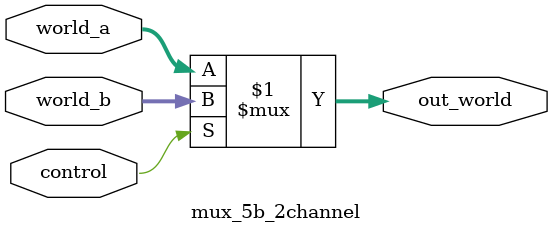
<source format=v>
	
module mux_32b_2channel (
    input  [31:0] world_a,
    input  [31:0] world_b,
    input        control,
    output [31:0] out_world
);
    assign out_world = control ? world_b : world_a;
endmodule
	   	


module mux_5b_2channel (
    input  [4:0] world_a,
    input  [4:0] world_b,
    input        control,
    output [4:0] out_world
);
    assign out_world = control ? world_b : world_a;
endmodule
</source>
